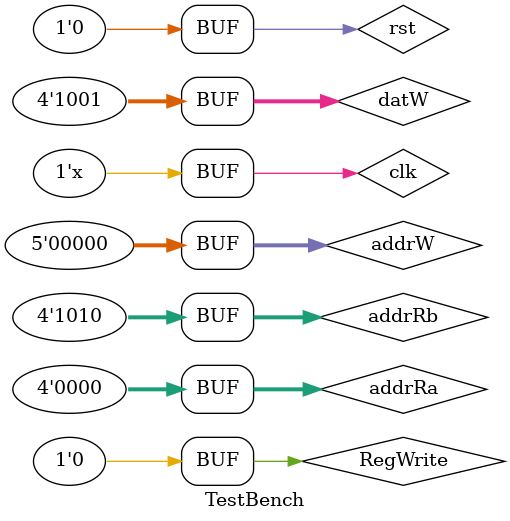
<source format=v>
`timescale 1ns / 1ps


module TestBench;

	// Inputs
	reg [3:0] addrRa;
	reg [3:0] addrRb;
	reg [4:0] addrW;
	reg [3:0] datW;
	reg RegWrite;
	reg clk;
	reg rst;

	// Outputs
	wire [3:0] datOutRa;
	wire [3:0] datOutRb;

	// Instantiate the Unit Under Test (UUT)
	BancoRegistro uut (
		.addrRa(addrRa), 
		.addrRb(addrRb), 
		.datOutRa(datOutRa), 
		.datOutRb(datOutRb), 
		.addrW(addrW), 
		.datW(datW), 
		.RegWrite(RegWrite), 
		.clk(clk), 
		.rst(rst)
	);

	initial begin
		// Initialize Inputs
		addrRa = 0;
		addrRb = 0;
		addrW = 0;
		datW = 0;
		RegWrite = 0;
		clk = 0;
		rst = 0;

		// Wait 100 ns for global reset to finish
		#100;
        
		// Add stimulus here
		
		// Se escrbe en el registro R3 el valor 2
		addrW = 3;
		datW = 2;
		#2  RegWrite =1;
		
		
		// Se escrbe en el registro R3 el valor 2
		addrW = 3;
		datW = 2;
		#2 RegWrite =1;
		#2 RegWrite =0;
		
		// Se escrbe en el registro R10 el valor 8
		addrW = 10;
		datW = 8;
		#2 RegWrite =1;
		#2 RegWrite =0;
		
		// Se escrbe en el registro R7 el valor 13
		addrW = 7;
		datW = 13;
		#2  RegWrite =1;
		#2 RegWrite =0;
		
		
		// Se escrbe en el registro R0 el valor 9
		addrW = 0;
		datW = 9;
		#2 RegWrite =1;
		#2 RegWrite =0;
		
		
		#1
		addrRa = 7;
		addrRb = 3;
		#1
		addrRa = 0;
		addrRb = 10;
		
	end
   always #1 clk =~ clk;
		   
endmodule


</source>
